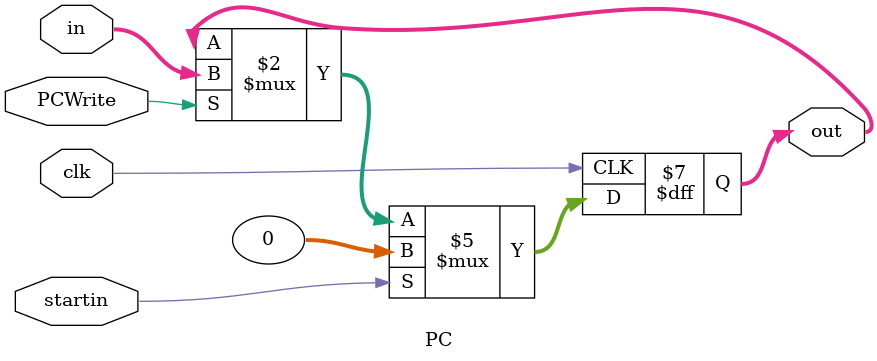
<source format=v>
module PC (
    input [31:0] in,
    input PCWrite,
    input clk,
    input startin,
    output reg [31:0] out
);

  always @(posedge clk) begin
    if (startin) begin
      out <= 32'b0;
    end else if (PCWrite) begin
      out <= in;
    end
  end
endmodule

</source>
